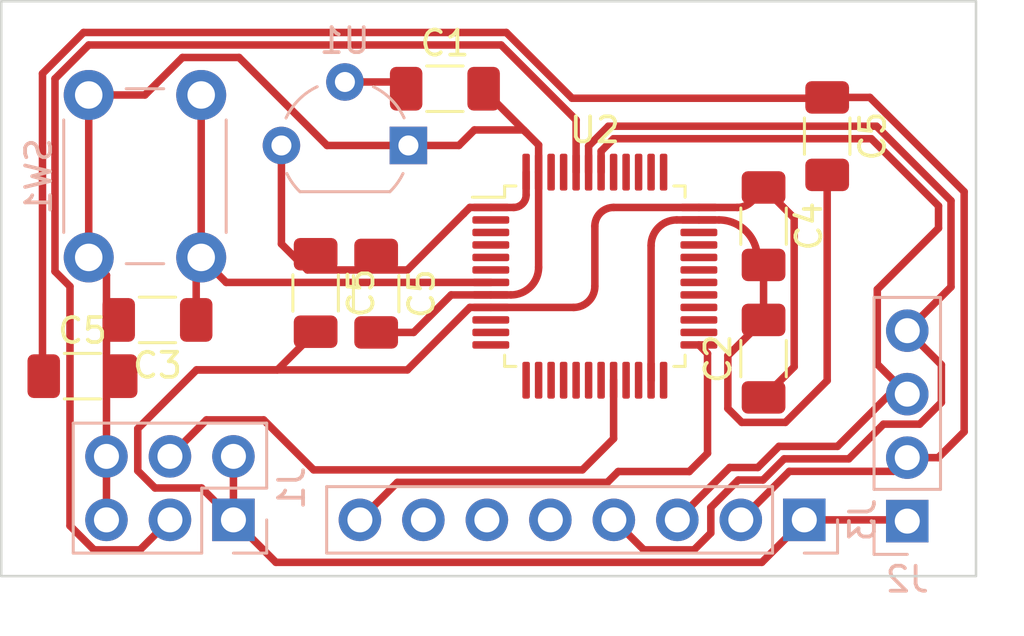
<source format=kicad_pcb>
(kicad_pcb (version 20211014) (generator pcbnew)
  (layers (0 "F.Cu" signal) (31 "B.Cu" signal) (34 "B.Paste" user) (35 "F.Paste" user) (36 "B.SilkS" user "B.Silkscreen") (37 "F.SilkS" user "F.Silkscreen") (38 "B.Mask" user) (39 "F.Mask" user) (44 "Edge.Cuts" user))
  (net 0 "")
  (net 1 "/USB_5v")
  (net 2 "GND")
  (net 3 "VCC")
  (net 4 "Net-(C3-Pad1)")
  (net 5 "/BOOT0")
  (net 6 "/BOOT1")
  (net 7 "/SCL")
  (net 8 "/SDA")
  (net 12 "/INT")
  (footprint "Resistor_SMD:R_1206_3216Metric_Pad1.30x1.75mm_HandSolder" (layer "F.Cu") (at 88.25 63.25 180)
    (fp_text reference "C3" (at 0 -1.82) (layer "F.SilkS"))
    (fp_text value "0.1uF")
    (fp_line (start -0.727064 0.91) (end 0.727064 0.91) (layer "F.SilkS") (width 0.12))
    (fp_line (start -0.727064 -0.91) (end 0.727064 -0.91) (layer "F.SilkS") (width 0.12))
    (pad "1" smd roundrect (at -1.55 0 180) (size 1.3 1.75) (layers "F.Cu" "F.Paste" "F.Mask") (roundrect_rratio 0.1923076923) (net 4 "Net-(C3-Pad1)"))
    (pad "2" smd roundrect (at 1.55 0 180) (size 1.3 1.75) (layers "F.Cu" "F.Paste" "F.Mask") (roundrect_rratio 0.1923076923) (net 2 "GND"))
  )
  (footprint "Resistor_SMD:R_1206_3216Metric_Pad1.30x1.75mm_HandSolder" (layer "F.Cu") (at 112.5 64.8 90)
    (fp_text reference "C2" (at 0 -1.82 90) (layer "F.SilkS"))
    (fp_text value "1uF")
    (fp_line (start -0.727064 0.91) (end 0.727064 0.91) (layer "F.SilkS") (width 0.12))
    (fp_line (start -0.727064 -0.91) (end 0.727064 -0.91) (layer "F.SilkS") (width 0.12))
    (pad "1" smd roundrect (at -1.55 0 90) (size 1.3 1.75) (layers "F.Cu" "F.Paste" "F.Mask") (roundrect_rratio 0.1923076923) (net 3 "VCC"))
    (pad "2" smd roundrect (at 1.55 0 90) (size 1.3 1.75) (layers "F.Cu" "F.Paste" "F.Mask") (roundrect_rratio 0.1923076923) (net 2 "GND"))
  )
  (footprint "Resistor_SMD:R_1206_3216Metric_Pad1.30x1.75mm_HandSolder" (layer "F.Cu") (at 94.57833 62.172013 -90)
    (fp_text reference "C5" (at 0 -1.82 90) (layer "F.SilkS"))
    (fp_text value "0.1uF")
    (fp_line (start -0.727064 0.91) (end 0.727064 0.91) (layer "F.SilkS") (width 0.12))
    (fp_line (start -0.727064 -0.91) (end 0.727064 -0.91) (layer "F.SilkS") (width 0.12))
    (pad "1" smd roundrect (at -1.55 0 270) (size 1.3 1.75) (layers "F.Cu" "F.Paste" "F.Mask") (roundrect_rratio 0.1923076923) (net 3 "VCC"))
    (pad "2" smd roundrect (at 1.55 0 270) (size 1.3 1.75) (layers "F.Cu" "F.Paste" "F.Mask") (roundrect_rratio 0.1923076923) (net 3 "VCC"))
  )
  (footprint "Resistor_SMD:R_1206_3216Metric_Pad1.30x1.75mm_HandSolder" (layer "F.Cu") (at 97 62.2 -90)
    (fp_text reference "C5" (at 0 -1.82 90) (layer "F.SilkS"))
    (fp_text value "0.1uF")
    (fp_line (start -0.727064 0.91) (end 0.727064 0.91) (layer "F.SilkS") (width 0.12))
    (fp_line (start -0.727064 -0.91) (end 0.727064 -0.91) (layer "F.SilkS") (width 0.12))
    (pad "1" smd roundrect (at -1.55 0 270) (size 1.3 1.75) (layers "F.Cu" "F.Paste" "F.Mask") (roundrect_rratio 0.1923076923) (net 3 "VCC"))
    (pad "2" smd roundrect (at 1.55 0 270) (size 1.3 1.75) (layers "F.Cu" "F.Paste" "F.Mask") (roundrect_rratio 0.1923076923) (net 2 "GND"))
  )
  (footprint "Package_QFP:LQFP-48_7x7mm_P0.5mm" (layer "F.Cu") (at 105.75 61.5)
    (fp_text reference "U2" (at 0 -5.85) (layer "F.SilkS"))
    (fp_text value "STM32F103C8Tx")
    (fp_line (start -3.61 3.61) (end -3.61 3.16) (layer "F.SilkS") (width 0.12))
    (fp_line (start -3.61 -3.61) (end -3.61 -3.16) (layer "F.SilkS") (width 0.12))
    (fp_line (start 3.61 3.61) (end 3.61 3.16) (layer "F.SilkS") (width 0.12))
    (fp_line (start -3.61 -3.16) (end -4.9 -3.16) (layer "F.SilkS") (width 0.12))
    (fp_line (start -3.16 -3.61) (end -3.61 -3.61) (layer "F.SilkS") (width 0.12))
    (fp_line (start 3.16 3.61) (end 3.61 3.61) (layer "F.SilkS") (width 0.12))
    (fp_line (start -3.16 3.61) (end -3.61 3.61) (layer "F.SilkS") (width 0.12))
    (fp_line (start 3.61 -3.61) (end 3.61 -3.16) (layer "F.SilkS") (width 0.12))
    (fp_line (start 3.16 -3.61) (end 3.61 -3.61) (layer "F.SilkS") (width 0.12))
    (pad "1" smd roundrect (at -4.1625 -2.75) (size 1.475 0.3) (layers "F.Cu" "F.Paste" "F.Mask") (net 3 "VCC"))
    (pad "2" smd roundrect (at -4.1625 -2.25) (size 1.475 0.3) (layers "F.Cu" "F.Paste" "F.Mask"))
    (pad "3" smd roundrect (at -4.1625 -1.75) (size 1.475 0.3) (layers "F.Cu" "F.Paste" "F.Mask"))
    (pad "4" smd roundrect (at -4.1625 -1.25) (size 1.475 0.3) (layers "F.Cu" "F.Paste" "F.Mask"))
    (pad "5" smd roundrect (at -4.1625 -0.75) (size 1.475 0.3) (layers "F.Cu" "F.Paste" "F.Mask"))
    (pad "6" smd roundrect (at -4.1625 -0.25) (size 1.475 0.3) (layers "F.Cu" "F.Paste" "F.Mask"))
    (pad "7" smd roundrect (at -4.1625 0.25) (size 1.475 0.3) (layers "F.Cu" "F.Paste" "F.Mask") (net 4 "Net-(C3-Pad1)"))
    (pad "8" smd roundrect (at -4.1625 0.75) (size 1.475 0.3) (layers "F.Cu" "F.Paste" "F.Mask") (net 2 "GND"))
    (pad "9" smd roundrect (at -4.1625 1.25) (size 1.475 0.3) (layers "F.Cu" "F.Paste" "F.Mask") (net 3 "VCC"))
    (pad "10" smd roundrect (at -4.1625 1.75) (size 1.475 0.3) (layers "F.Cu" "F.Paste" "F.Mask"))
    (pad "11" smd roundrect (at -4.1625 2.25) (size 1.475 0.3) (layers "F.Cu" "F.Paste" "F.Mask"))
    (pad "12" smd roundrect (at -4.1625 2.75) (size 1.475 0.3) (layers "F.Cu" "F.Paste" "F.Mask"))
    (pad "13" smd roundrect (at -2.75 4.1625) (size 0.3 1.475) (layers "F.Cu" "F.Paste" "F.Mask"))
    (pad "14" smd roundrect (at -2.25 4.1625) (size 0.3 1.475) (layers "F.Cu" "F.Paste" "F.Mask"))
    (pad "15" smd roundrect (at -1.75 4.1625) (size 0.3 1.475) (layers "F.Cu" "F.Paste" "F.Mask"))
    (pad "16" smd roundrect (at -1.25 4.1625) (size 0.3 1.475) (layers "F.Cu" "F.Paste" "F.Mask"))
    (pad "17" smd roundrect (at -0.75 4.1625) (size 0.3 1.475) (layers "F.Cu" "F.Paste" "F.Mask"))
    (pad "18" smd roundrect (at -0.25 4.1625) (size 0.3 1.475) (layers "F.Cu" "F.Paste" "F.Mask"))
    (pad "19" smd roundrect (at 0.25 4.1625) (size 0.3 1.475) (layers "F.Cu" "F.Paste" "F.Mask"))
    (pad "20" smd roundrect (at 0.75 4.1625) (size 0.3 1.475) (layers "F.Cu" "F.Paste" "F.Mask") (net 6 "/BOOT1"))
    (pad "21" smd roundrect (at 1.25 4.1625) (size 0.3 1.475) (layers "F.Cu" "F.Paste" "F.Mask"))
    (pad "22" smd roundrect (at 1.75 4.1625) (size 0.3 1.475) (layers "F.Cu" "F.Paste" "F.Mask"))
    (pad "23" smd roundrect (at 2.25 4.1625) (size 0.3 1.475) (layers "F.Cu" "F.Paste" "F.Mask") (net 2 "GND"))
    (pad "24" smd roundrect (at 2.75 4.1625) (size 0.3 1.475) (layers "F.Cu" "F.Paste" "F.Mask") (net 3 "VCC"))
    (pad "25" smd roundrect (at 4.1625 2.75) (size 1.475 0.3) (layers "F.Cu" "F.Paste" "F.Mask") (net 12 "/INT"))
    (pad "26" smd roundrect (at 4.1625 2.25) (size 1.475 0.3) (layers "F.Cu" "F.Paste" "F.Mask"))
    (pad "27" smd roundrect (at 4.1625 1.75) (size 1.475 0.3) (layers "F.Cu" "F.Paste" "F.Mask"))
    (pad "28" smd roundrect (at 4.1625 1.25) (size 1.475 0.3) (layers "F.Cu" "F.Paste" "F.Mask"))
    (pad "29" smd roundrect (at 4.1625 0.75) (size 1.475 0.3) (layers "F.Cu" "F.Paste" "F.Mask"))
    (pad "30" smd roundrect (at 4.1625 0.25) (size 1.475 0.3) (layers "F.Cu" "F.Paste" "F.Mask"))
    (pad "31" smd roundrect (at 4.1625 -0.25) (size 1.475 0.3) (layers "F.Cu" "F.Paste" "F.Mask"))
    (pad "32" smd roundrect (at 4.1625 -0.75) (size 1.475 0.3) (layers "F.Cu" "F.Paste" "F.Mask"))
    (pad "33" smd roundrect (at 4.1625 -1.25) (size 1.475 0.3) (layers "F.Cu" "F.Paste" "F.Mask"))
    (pad "34" smd roundrect (at 4.1625 -1.75) (size 1.475 0.3) (layers "F.Cu" "F.Paste" "F.Mask"))
    (pad "35" smd roundrect (at 4.1625 -2.25) (size 1.475 0.3) (layers "F.Cu" "F.Paste" "F.Mask") (net 2 "GND"))
    (pad "36" smd roundrect (at 4.1625 -2.75) (size 1.475 0.3) (layers "F.Cu" "F.Paste" "F.Mask") (net 3 "VCC"))
    (pad "37" smd roundrect (at 2.75 -4.1625) (size 0.3 1.475) (layers "F.Cu" "F.Paste" "F.Mask"))
    (pad "38" smd roundrect (at 2.25 -4.1625) (size 0.3 1.475) (layers "F.Cu" "F.Paste" "F.Mask"))
    (pad "39" smd roundrect (at 1.75 -4.1625) (size 0.3 1.475) (layers "F.Cu" "F.Paste" "F.Mask"))
    (pad "40" smd roundrect (at 1.25 -4.1625) (size 0.3 1.475) (layers "F.Cu" "F.Paste" "F.Mask"))
    (pad "41" smd roundrect (at 0.75 -4.1625) (size 0.3 1.475) (layers "F.Cu" "F.Paste" "F.Mask"))
    (pad "42" smd roundrect (at 0.25 -4.1625) (size 0.3 1.475) (layers "F.Cu" "F.Paste" "F.Mask") (net 7 "/SCL"))
    (pad "43" smd roundrect (at -0.25 -4.1625) (size 0.3 1.475) (layers "F.Cu" "F.Paste" "F.Mask") (net 8 "/SDA"))
    (pad "44" smd roundrect (at -0.75 -4.1625) (size 0.3 1.475) (layers "F.Cu" "F.Paste" "F.Mask") (net 5 "/BOOT0"))
    (pad "45" smd roundrect (at -1.25 -4.1625) (size 0.3 1.475) (layers "F.Cu" "F.Paste" "F.Mask"))
    (pad "46" smd roundrect (at -1.75 -4.1625) (size 0.3 1.475) (layers "F.Cu" "F.Paste" "F.Mask"))
    (pad "47" smd roundrect (at -2.25 -4.1625) (size 0.3 1.475) (layers "F.Cu" "F.Paste" "F.Mask") (net 2 "GND"))
    (pad "48" smd roundrect (at -2.75 -4.1625) (size 0.3 1.475) (layers "F.Cu" "F.Paste" "F.Mask") (net 3 "VCC"))
  )
  (footprint "Resistor_SMD:R_1206_3216Metric_Pad1.30x1.75mm_HandSolder" (layer "F.Cu") (at 85.25 65.5)
    (fp_text reference "C5" (at 0 -1.82) (layer "F.SilkS"))
    (fp_text value "0.1uF")
    (fp_line (start -0.727064 0.91) (end 0.727064 0.91) (layer "F.SilkS") (width 0.12))
    (fp_line (start -0.727064 -0.91) (end 0.727064 -0.91) (layer "F.SilkS") (width 0.12))
    (pad "1" smd roundrect (at -1.55 0) (size 1.3 1.75) (layers "F.Cu" "F.Paste" "F.Mask") (roundrect_rratio 0.1923076923) (net 2 "GND"))
    (pad "2" smd roundrect (at 1.55 0) (size 1.3 1.75) (layers "F.Cu" "F.Paste" "F.Mask") (roundrect_rratio 0.1923076923) (net 2 "GND"))
  )
  (footprint "Resistor_SMD:R_1206_3216Metric_Pad1.30x1.75mm_HandSolder" (layer "F.Cu") (at 99.75 54)
    (fp_text reference "C1" (at 0 -1.82) (layer "F.SilkS"))
    (fp_text value "1uF")
    (fp_line (start -0.727064 -0.91) (end 0.727064 -0.91) (layer "F.SilkS") (width 0.12))
    (fp_line (start -0.727064 0.91) (end 0.727064 0.91) (layer "F.SilkS") (width 0.12))
    (pad "1" smd roundrect (at -1.55 0) (size 1.3 1.75) (layers "F.Cu" "F.Paste" "F.Mask") (roundrect_rratio 0.1923076923) (net 1 "/USB_5v"))
    (pad "2" smd roundrect (at 1.55 0) (size 1.3 1.75) (layers "F.Cu" "F.Paste" "F.Mask") (roundrect_rratio 0.1923076923) (net 2 "GND"))
  )
  (footprint "Resistor_SMD:R_1206_3216Metric_Pad1.30x1.75mm_HandSolder" (layer "F.Cu") (at 112.5 59.5 -90)
    (fp_text reference "C4" (at 0 -1.82 90) (layer "F.SilkS"))
    (fp_text value "1uF")
    (fp_line (start -0.727064 -0.91) (end 0.727064 -0.91) (layer "F.SilkS") (width 0.12))
    (fp_line (start -0.727064 0.91) (end 0.727064 0.91) (layer "F.SilkS") (width 0.12))
    (pad "1" smd roundrect (at -1.55 0 270) (size 1.3 1.75) (layers "F.Cu" "F.Paste" "F.Mask") (roundrect_rratio 0.1923076923) (net 3 "VCC"))
    (pad "2" smd roundrect (at 1.55 0 270) (size 1.3 1.75) (layers "F.Cu" "F.Paste" "F.Mask") (roundrect_rratio 0.1923076923) (net 2 "GND"))
  )
  (footprint "Resistor_SMD:R_1206_3216Metric_Pad1.30x1.75mm_HandSolder" (layer "F.Cu") (at 115.045623 55.897811 -90)
    (fp_text reference "C5" (at 0 -1.82 90) (layer "F.SilkS"))
    (fp_text value "0.1uF")
    (fp_line (start -0.727064 0.91) (end 0.727064 0.91) (layer "F.SilkS") (width 0.12))
    (fp_line (start -0.727064 -0.91) (end 0.727064 -0.91) (layer "F.SilkS") (width 0.12))
    (pad "1" smd roundrect (at -1.55 0 270) (size 1.3 1.75) (layers "F.Cu" "F.Paste" "F.Mask") (roundrect_rratio 0.1923076923) (net 2 "GND"))
    (pad "2" smd roundrect (at 1.55 0 270) (size 1.3 1.75) (layers "F.Cu" "F.Paste" "F.Mask") (roundrect_rratio 0.1923076923) (net 2 "GND"))
  )
  (footprint "Button_Switch_THT:SW_PUSH_6mm_H4.3mm" (layer "B.Cu") (at 85.5 54.25 -90)
    (fp_text reference "SW1" (at 3.25 2 90) (layer "B.SilkS") (effects (justify mirror)))
    (fp_text value "sw")
    (fp_line (start 6.75 -3) (end 6.75 -1.5) (layer "B.SilkS") (width 0.12))
    (fp_line (start -0.25 -1.5) (end -0.25 -3) (layer "B.SilkS") (width 0.12))
    (fp_line (start 5.5 1) (end 1 1) (layer "B.SilkS") (width 0.12))
    (fp_line (start 1 -5.5) (end 5.5 -5.5) (layer "B.SilkS") (width 0.12))
    (pad "1" thru_hole circle (at 0 0 180) (size 2 2) (drill 1.1) (layers *.Cu *.Mask) (net 2 "GND"))
    (pad "1" thru_hole circle (at 6.5 0 180) (size 2 2) (drill 1.1) (layers *.Cu *.Mask) (net 2 "GND"))
    (pad "2" thru_hole circle (at 0 -4.5 180) (size 2 2) (drill 1.1) (layers *.Cu *.Mask) (net 4 "Net-(C3-Pad1)"))
    (pad "2" thru_hole circle (at 6.5 -4.5 180) (size 2 2) (drill 1.1) (layers *.Cu *.Mask) (net 4 "Net-(C3-Pad1)"))
  )
  (footprint "Connector_PinHeader_2.54mm:PinHeader_1x04_P2.54mm_Vertical" (layer "B.Cu") (at 118.25 71.3)
    (fp_text reference "J2" (at 0 2.33) (layer "B.SilkS") (effects (justify mirror)))
    (fp_text value "Conn_01x04")
    (fp_line (start -1.33 -1.27) (end -1.33 -8.95) (layer "B.SilkS") (width 0.12))
    (fp_line (start -1.33 1.33) (end 0 1.33) (layer "B.SilkS") (width 0.12))
    (fp_line (start -1.33 -8.95) (end 1.33 -8.95) (layer "B.SilkS") (width 0.12))
    (fp_line (start -1.33 0) (end -1.33 1.33) (layer "B.SilkS") (width 0.12))
    (fp_line (start 1.33 -1.27) (end 1.33 -8.95) (layer "B.SilkS") (width 0.12))
    (fp_line (start -1.33 -1.27) (end 1.33 -1.27) (layer "B.SilkS") (width 0.12))
    (pad "1" thru_hole rect (at 0 0) (size 1.7 1.7) (drill 1) (layers *.Cu *.Mask) (net 3 "VCC"))
    (pad "2" thru_hole oval (at 0 -2.54) (size 1.7 1.7) (drill 1) (layers *.Cu *.Mask) (net 2 "GND"))
    (pad "3" thru_hole oval (at 0 -5.08) (size 1.7 1.7) (drill 1) (layers *.Cu *.Mask) (net 7 "/SCL"))
    (pad "4" thru_hole oval (at 0 -7.62) (size 1.7 1.7) (drill 1) (layers *.Cu *.Mask) (net 8 "/SDA"))
  )
  (footprint "Package_TO_SOT_THT:TO-92_Wide" (layer "B.Cu") (at 98.29 56.27 180)
    (fp_text reference "U1" (at 2.55 4.19) (layer "B.SilkS") (effects (justify mirror)))
    (fp_text value "MCP1700-3302E_TO92")
    (fp_line (start 0.74 -1.85) (end 4.34 -1.85) (layer "B.SilkS") (width 0.12))
    (fp_arc (start 4.34 -1.85) (mid 4.633903 -1.509328) (end 4.864184 -1.122795) (layer "B.SilkS") (width 0.12))
    (fp_arc (start 4.895458 1.098371) (mid 4.38228 1.833196) (end 3.65 2.35) (layer "B.SilkS") (width 0.12))
    (fp_arc (start 1.4 2.35) (mid 0.678995 1.832692) (end 0.172801 1.103842) (layer "B.SilkS") (width 0.12))
    (fp_arc (start 0.215816 -1.122795) (mid 0.446097 -1.509328) (end 0.74 -1.85) (layer "B.SilkS") (width 0.12))
    (pad "1" thru_hole rect (at 0 0 180) (size 1.5 1.5) (drill 0.8) (layers *.Cu *.Mask) (net 2 "GND"))
    (pad "2" thru_hole circle (at 2.54 2.54 180) (size 1.5 1.5) (drill 0.8) (layers *.Cu *.Mask) (net 1 "/USB_5v"))
    (pad "3" thru_hole circle (at 5.08 0 180) (size 1.5 1.5) (drill 0.8) (layers *.Cu *.Mask) (net 3 "VCC"))
  )
  (footprint "Connector_PinHeader_2.54mm:PinHeader_2x03_P2.54mm_Vertical" (layer "B.Cu") (at 91.29 71.25 90)
    (fp_text reference "J1" (at 1.27 2.33 90) (layer "B.SilkS") (effects (justify mirror)))
    (fp_text value "2x3_Header")
    (fp_line (start -1.33 1.33) (end 0 1.33) (layer "B.SilkS") (width 0.12))
    (fp_line (start -1.33 -1.27) (end -1.33 -6.41) (layer "B.SilkS") (width 0.12))
    (fp_line (start -1.33 -1.27) (end 1.27 -1.27) (layer "B.SilkS") (width 0.12))
    (fp_line (start -1.33 0) (end -1.33 1.33) (layer "B.SilkS") (width 0.12))
    (fp_line (start 1.27 1.33) (end 3.87 1.33) (layer "B.SilkS") (width 0.12))
    (fp_line (start -1.33 -6.41) (end 3.87 -6.41) (layer "B.SilkS") (width 0.12))
    (fp_line (start 3.87 1.33) (end 3.87 -6.41) (layer "B.SilkS") (width 0.12))
    (fp_line (start 1.27 -1.27) (end 1.27 1.33) (layer "B.SilkS") (width 0.12))
    (pad "1" thru_hole rect (at 0 0 90) (size 1.7 1.7) (drill 1) (layers *.Cu *.Mask) (net 3 "VCC"))
    (pad "2" thru_hole oval (at 2.54 0 90) (size 1.7 1.7) (drill 1) (layers *.Cu *.Mask) (net 3 "VCC"))
    (pad "3" thru_hole oval (at 0 -2.54 90) (size 1.7 1.7) (drill 1) (layers *.Cu *.Mask) (net 5 "/BOOT0"))
    (pad "4" thru_hole oval (at 2.54 -2.54 90) (size 1.7 1.7) (drill 1) (layers *.Cu *.Mask) (net 6 "/BOOT1"))
    (pad "5" thru_hole oval (at 0 -5.08 90) (size 1.7 1.7) (drill 1) (layers *.Cu *.Mask) (net 2 "GND"))
    (pad "6" thru_hole oval (at 2.54 -5.08 90) (size 1.7 1.7) (drill 1) (layers *.Cu *.Mask) (net 2 "GND"))
  )
  (footprint "Connector_PinHeader_2.54mm:PinHeader_1x08_P2.54mm_Vertical" (layer "B.Cu") (at 114.13 71.25 90)
    (fp_text reference "J3" (at 0 2.33 90) (layer "B.SilkS") (effects (justify mirror)))
    (fp_text value "Conn_01x08")
    (fp_line (start -1.33 -1.27) (end -1.33 -19.11) (layer "B.SilkS") (width 0.12))
    (fp_line (start 1.33 -1.27) (end 1.33 -19.11) (layer "B.SilkS") (width 0.12))
    (fp_line (start -1.33 1.33) (end 0 1.33) (layer "B.SilkS") (width 0.12))
    (fp_line (start -1.33 -19.11) (end 1.33 -19.11) (layer "B.SilkS") (width 0.12))
    (fp_line (start -1.33 0) (end -1.33 1.33) (layer "B.SilkS") (width 0.12))
    (fp_line (start -1.33 -1.27) (end 1.33 -1.27) (layer "B.SilkS") (width 0.12))
    (pad "1" thru_hole rect (at 0 0 90) (size 1.7 1.7) (drill 1) (layers *.Cu *.Mask) (net 3 "VCC"))
    (pad "2" thru_hole oval (at 0 -2.54 90) (size 1.7 1.7) (drill 1) (layers *.Cu *.Mask) (net 2 "GND"))
    (pad "3" thru_hole oval (at 0 -5.08 90) (size 1.7 1.7) (drill 1) (layers *.Cu *.Mask) (net 7 "/SCL"))
    (pad "4" thru_hole oval (at 0 -7.62 90) (size 1.7 1.7) (drill 1) (layers *.Cu *.Mask) (net 8 "/SDA"))
    (pad "5" thru_hole oval (at 0 -10.16 90) (size 1.7 1.7) (drill 1) (layers *.Cu *.Mask))
    (pad "6" thru_hole oval (at 0 -12.7 90) (size 1.7 1.7) (drill 1) (layers *.Cu *.Mask))
    (pad "7" thru_hole oval (at 0 -15.24 90) (size 1.7 1.7) (drill 1) (layers *.Cu *.Mask))
    (pad "8" thru_hole oval (at 0 -17.78 90) (size 1.7 1.7) (drill 1) (layers *.Cu *.Mask) (net 12 "/INT"))
  )
  (gr_rect (start 121 73.5) (end 82 50.5) (layer "Edge.Cuts") (width 0.1) (fill none))
  (segment (start 97.93 53.73) (end 98.2 54) (width 0.3) (layer "F.Cu") (net 1))
  (segment (start 95.75 53.73) (end 97.93 53.73) (width 0.3) (layer "F.Cu") (net 1))
  (segment (start 115.045623 65.677905) (end 113.373528 67.35) (width 0.3) (layer "F.Cu") (net 2))
  (segment (start 103.5 56.25) (end 103.5 57.3375) (width 0.3) (layer "F.Cu") (net 2))
  (segment (start 115.045623 54.347811) (end 116.753898 54.347811) (width 0.3) (layer "F.Cu") (net 2))
  (segment (start 108 60.275) (end 108 65.6625) (width 0.3) (layer "F.Cu") (net 2))
  (segment (start 111.07122 64.67878) (end 112.5 63.25) (width 0.3) (layer "F.Cu") (net 2))
  (segment (start 119.49 68.76) (end 118.25 68.76) (width 0.3) (layer "F.Cu") (net 2))
  (segment (start 101.5875 62.25) (end 102.390685 62.25) (width 0.3) (layer "F.Cu") (net 2))
  (segment (start 100.930523 55.649128) (end 102.899128 55.649128) (width 0.3) (layer "F.Cu") (net 2))
  (segment (start 115.012251 54.381183) (end 115.045623 54.347811) (width 0.3) (layer "F.Cu") (net 2))
  (segment (start 103 55.75) (end 103.5 56.25) (width 0.3) (layer "F.Cu") (net 2))
  (segment (start 100.309651 56.27) (end 100.930523 55.649128) (width 0.3) (layer "F.Cu") (net 2))
  (segment (start 98.5 63.75) (end 100 62.25) (width 0.3) (layer "F.Cu") (net 2))
  (segment (start 115.045623 57.447811) (end 115.045623 65.677905) (width 0.3) (layer "F.Cu") (net 2))
  (segment (start 111.59 71.25) (end 113.530813 69.309187) (width 0.3) (layer "F.Cu") (net 2))
  (segment (start 112.247962 60.797962) (end 112.247962 60.663722) (width 0.3) (layer "F.Cu") (net 2))
  (segment (start 116.753898 54.347811) (end 120.526014 58.119927) (width 0.3) (layer "F.Cu") (net 2))
  (segment (start 102.207106 51.75) (end 104.838289 54.381183) (width 0.3) (layer "F.Cu") (net 2))
  (segment (start 117.700813 69.309187) (end 118.25 68.76) (width 0.3) (layer "F.Cu") (net 2))
  (segment (start 113.373528 67.35) (end 111.626472 67.35) (width 0.3) (layer "F.Cu") (net 2))
  (segment (start 85.5 54.25) (end 87.75 54.25) (width 0.3) (layer "F.Cu") (net 2))
  (segment (start 85.292894 51.75) (end 102.207106 51.75) (width 0.3) (layer "F.Cu") (net 2))
  (segment (start 83.7 65.5) (end 83.65 65.45) (width 0.3) (layer "F.Cu") (net 2))
  (segment (start 104.838289 54.381183) (end 115.012251 54.381183) (width 0.3) (layer "F.Cu") (net 2))
  (segment (start 89.25 52.75) (end 91.515698 52.75) (width 0.3) (layer "F.Cu") (net 2))
  (segment (start 83.65 65.45) (end 83.65 53.392894) (width 0.3) (layer "F.Cu") (net 2))
  (segment (start 112.5 61.05) (end 112.247962 60.797962) (width 0.3) (layer "F.Cu") (net 2))
  (segment (start 113.530813 69.309187) (end 117.700813 69.309187) (width 0.3) (layer "F.Cu") (net 2))
  (segment (start 98.29 56.27) (end 100.309651 56.27) (width 0.3) (layer "F.Cu") (net 2))
  (segment (start 97 63.75) (end 98.5 63.75) (width 0.3) (layer "F.Cu") (net 2))
  (segment (start 86.21 71.25) (end 86.21 68.71) (width 0.3) (layer "F.Cu") (net 2))
  (segment (start 87.75 54.25) (end 89.25 52.75) (width 0.3) (layer "F.Cu") (net 2))
  (segment (start 86.21 61.46) (end 85.5 60.75) (width 0.3) (layer "F.Cu") (net 2))
  (segment (start 101.3 54) (end 101.3 54.05) (width 0.3) (layer "F.Cu") (net 2))
  (segment (start 100 62.25) (end 101.5875 62.25) (width 0.3) (layer "F.Cu") (net 2))
  (segment (start 95.035698 56.27) (end 98.29 56.27) (width 0.3) (layer "F.Cu") (net 2))
  (segment (start 120.526014 67.723986) (end 119.49 68.76) (width 0.3) (layer "F.Cu") (net 2))
  (segment (start 102.899128 55.649128) (end 103 55.75) (width 0.3) (layer "F.Cu") (net 2))
  (segment (start 103.5 61.140685) (end 103.5 57.3375) (width 0.3) (layer "F.Cu") (net 2))
  (segment (start 111.626472 67.35) (end 111.07122 66.794748) (width 0.3) (layer "F.Cu") (net 2))
  (segment (start 86.21 68.71) (end 86.21 61.46) (width 0.3) (layer "F.Cu") (net 2))
  (segment (start 109.9125 59.25) (end 109.025 59.25) (width 0.3) (layer "F.Cu") (net 2))
  (segment (start 85.5 60.75) (end 85.5 54.25) (width 0.3) (layer "F.Cu") (net 2))
  (segment (start 120.526014 58.119927) (end 120.526014 67.723986) (width 0.3) (layer "F.Cu") (net 2))
  (segment (start 112.5 63.25) (end 112.5 61.05) (width 0.3) (layer "F.Cu") (net 2))
  (segment (start 83.65 53.392894) (end 85.292894 51.75) (width 0.3) (layer "F.Cu") (net 2))
  (segment (start 110.715685 59.25) (end 109.9125 59.25) (width 0.3) (layer "F.Cu") (net 2))
  (segment (start 91.515698 52.75) (end 95.035698 56.27) (width 0.3) (layer "F.Cu") (net 2))
  (segment (start 111.07122 66.794748) (end 111.07122 64.67878) (width 0.3) (layer "F.Cu") (net 2))
  (segment (start 101.3 54.05) (end 103 55.75) (width 0.3) (layer "F.Cu") (net 2))
  (arc (start 112.247962 60.663722) (mid 111.757183 59.657628) (end 110.715685 59.25) (width 0.3) (layer "F.Cu") (net 2))
  (arc (start 102.390685 62.25) (mid 103.175089 61.925089) (end 103.5 61.140685) (width 0.3) (layer "F.Cu") (net 2))
  (arc (start 109.025 59.25) (mid 108.300216 59.550216) (end 108 60.275) (width 0.3) (layer "F.Cu") (net 2))
  (segment (start 87.462369 67.600371) (end 87.462369 69.28442) (width 0.3) (layer "F.Cu") (net 3))
  (segment (start 87.462369 69.28442) (end 88.151811 69.973862) (width 0.3) (layer "F.Cu") (net 3))
  (segment (start 105.75 59.5) (end 105.75 61.899627) (width 0.3) (layer "F.Cu") (net 3))
  (segment (start 101.5875 62.75) (end 104.899627 62.75) (width 0.3) (layer "F.Cu") (net 3))
  (segment (start 106.5 58.75) (end 109.9125 58.75) (width 0.3) (layer "F.Cu") (net 3))
  (segment (start 93.050343 65.25) (end 94.57833 63.722013) (width 0.3) (layer "F.Cu") (net 3))
  (segment (start 100.5 59) (end 100.5 58.998959) (width 0.3) (layer "F.Cu") (net 3))
  (segment (start 93.21 60.21) (end 94.25 61.25) (width 0.3) (layer "F.Cu") (net 3))
  (segment (start 93.21 56.27) (end 93.21 60.21) (width 0.3) (layer "F.Cu") (net 3))
  (segment (start 113.725 59.175) (end 112.5 57.95) (width 0.3) (layer "F.Cu") (net 3))
  (segment (start 112.43 72.95) (end 114.13 71.25) (width 0.3) (layer "F.Cu") (net 3))
  (segment (start 100.5 58.998959) (end 100.748959 58.75) (width 0.3) (layer "F.Cu") (net 3))
  (segment (start 92.99 72.95) (end 112.43 72.95) (width 0.3) (layer "F.Cu") (net 3))
  (segment (start 101.5875 62.75) (end 100.748959 62.75) (width 0.3) (layer "F.Cu") (net 3))
  (segment (start 112.5 57.95) (end 112.157511 58.292489) (width 0.3) (layer "F.Cu") (net 3))
  (segment (start 91.29 68.71) (end 91.29 71.25) (width 0.3) (layer "F.Cu") (net 3))
  (segment (start 111.45 58.75) (end 109.9125 58.75) (width 0.3) (layer "F.Cu") (net 3))
  (segment (start 102.5 58.75) (end 101.5875 58.75) (width 0.3) (layer "F.Cu") (net 3))
  (segment (start 100.748959 62.75) (end 98.248959 65.25) (width 0.3) (layer "F.Cu") (net 3))
  (segment (start 100.748959 58.75) (end 101.5875 58.75) (width 0.3) (layer "F.Cu") (net 3))
  (segment (start 94.25 61.25) (end 98.25 61.25) (width 0.3) (layer "F.Cu") (net 3))
  (segment (start 89.81274 65.25) (end 93.050343 65.25) (width 0.3) (layer "F.Cu") (net 3))
  (segment (start 88.151811 69.973862) (end 90.013862 69.973862) (width 0.3) (layer "F.Cu") (net 3))
  (segment (start 103 57.3375) (end 103 58.25) (width 0.3) (layer "F.Cu") (net 3))
  (segment (start 113.725 65.125) (end 113.725 59.175) (width 0.3) (layer "F.Cu") (net 3))
  (segment (start 112.157511 58.292489) (end 112.157511 58.328172) (width 0.3) (layer "F.Cu") (net 3))
  (segment (start 89.81274 65.25) (end 87.462369 67.600371) (width 0.3) (layer "F.Cu") (net 3))
  (segment (start 98.25 61.25) (end 100.5 59) (width 0.3) (layer "F.Cu") (net 3))
  (segment (start 114.13 71.25) (end 118.2 71.25) (width 0.3) (layer "F.Cu") (net 3))
  (segment (start 98.248959 65.25) (end 89.81274 65.25) (width 0.3) (layer "F.Cu") (net 3))
  (segment (start 91.29 71.25) (end 92.99 72.95) (width 0.3) (layer "F.Cu") (net 3))
  (segment (start 112.5 66.35) (end 113.725 65.125) (width 0.3) (layer "F.Cu") (net 3))
  (segment (start 90.013862 69.973862) (end 91.29 71.25) (width 0.3) (layer "F.Cu") (net 3))
  (arc (start 118.2 71.25) (mid 118.235355 71.264645) (end 118.25 71.3) (width 0.3) (layer "F.Cu") (net 3))
  (arc (start 104.899627 62.75) (mid 105.500932 62.500932) (end 105.75 61.899627) (width 0.3) (layer "F.Cu") (net 3))
  (arc (start 112.157511 58.328172) (mid 111.861282 58.636183) (end 111.45 58.75) (width 0.3) (layer "F.Cu") (net 3))
  (arc (start 103 58.25) (mid 102.853553 58.603553) (end 102.5 58.75) (width 0.3) (layer "F.Cu") (net 3))
  (arc (start 105.75 59.5) (mid 105.96967 58.96967) (end 106.5 58.75) (width 0.3) (layer "F.Cu") (net 3))
  (segment (start 89.8 63.25) (end 89.8 60.95) (width 0.3) (layer "F.Cu") (net 4))
  (segment (start 90 60.75) (end 90 54.25) (width 0.3) (layer "F.Cu") (net 4))
  (segment (start 89.8 60.95) (end 90 60.75) (width 0.3) (layer "F.Cu") (net 4))
  (segment (start 91 61.75) (end 90 60.75) (width 0.3) (layer "F.Cu") (net 4))
  (segment (start 101.5875 61.75) (end 91 61.75) (width 0.3) (layer "F.Cu") (net 4))
  (segment (start 102 52.25) (end 105 55.25) (width 0.3) (layer "F.Cu") (net 5))
  (segment (start 84.75 71.487057) (end 84.75 61.909189) (width 0.3) (layer "F.Cu") (net 5))
  (segment (start 87.55 72.45) (end 85.712943 72.45) (width 0.3) (layer "F.Cu") (net 5))
  (segment (start 84.75 61.909189) (end 84.15 61.309189) (width 0.3) (layer "F.Cu") (net 5))
  (segment (start 85.712943 72.45) (end 84.75 71.487057) (width 0.3) (layer "F.Cu") (net 5))
  (segment (start 84.15 61.309189) (end 84.15 53.6) (width 0.3) (layer "F.Cu") (net 5))
  (segment (start 105 55.25) (end 105 57.3375) (width 0.3) (layer "F.Cu") (net 5))
  (segment (start 88.75 71.25) (end 87.55 72.45) (width 0.3) (layer "F.Cu") (net 5))
  (segment (start 84.15 53.6) (end 85.5 52.25) (width 0.3) (layer "F.Cu") (net 5))
  (segment (start 85.5 52.25) (end 102 52.25) (width 0.3) (layer "F.Cu") (net 5))
  (segment (start 88.75 68.71) (end 90.21 67.25) (width 0.3) (layer "F.Cu") (net 6))
  (segment (start 90.21 67.25) (end 92.5 67.25) (width 0.3) (layer "F.Cu") (net 6))
  (segment (start 92.5 67.25) (end 94.5 69.25) (width 0.3) (layer "F.Cu") (net 6))
  (segment (start 106.5 68) (end 106.5 65.6625) (width 0.3) (layer "F.Cu") (net 6))
  (segment (start 94.5 69.25) (end 105.25 69.25) (width 0.3) (layer "F.Cu") (net 6))
  (segment (start 105.25 69.25) (end 106.5 68) (width 0.3) (layer "F.Cu") (net 6))
  (segment (start 119.5 59.578709) (end 117.05 62.028709) (width 0.3) (layer "F.Cu") (net 7))
  (segment (start 117.548258 66.22) (end 118.25 66.22) (width 0.3) (layer "F.Cu") (net 7))
  (segment (start 116.811102 56) (end 119.5 58.688898) (width 0.3) (layer "F.Cu") (net 7))
  (segment (start 106.498959 56) (end 116.811102 56) (width 0.3) (layer "F.Cu") (net 7))
  (segment (start 117.05 62.028709) (end 117.05 65.02) (width 0.3) (layer "F.Cu") (net 7))
  (segment (start 115.459071 68.309187) (end 117.548258 66.22) (width 0.3) (layer "F.Cu") (net 7))
  (segment (start 106 57.3375) (end 106 56.498959) (width 0.3) (layer "F.Cu") (net 7))
  (segment (start 117.05 65.02) (end 118.25 66.22) (width 0.3) (layer "F.Cu") (net 7))
  (segment (start 119.5 58.688898) (end 119.5 59.578709) (width 0.3) (layer "F.Cu") (net 7))
  (segment (start 106 56.498959) (end 106.498959 56) (width 0.3) (layer "F.Cu") (net 7))
  (segment (start 112.270994 69.154794) (end 113.116601 68.309187) (width 0.3) (layer "F.Cu") (net 7))
  (segment (start 109.05 71.25) (end 111.145206 69.154794) (width 0.3) (layer "F.Cu") (net 7))
  (segment (start 113.116601 68.309187) (end 115.459071 68.309187) (width 0.3) (layer "F.Cu") (net 7))
  (segment (start 111.145206 69.154794) (end 112.270994 69.154794) (width 0.3) (layer "F.Cu") (net 7))
  (segment (start 119.614594 66.552463) (end 119.614594 65.044594) (width 0.3) (layer "F.Cu") (net 8))
  (segment (start 113.323707 68.809187) (end 115.910351 68.809187) (width 0.3) (layer "F.Cu") (net 8))
  (segment (start 112.4781 69.654794) (end 113.323707 68.809187) (width 0.3) (layer "F.Cu") (net 8))
  (segment (start 105.5 56.292558) (end 106.292558 55.5) (width 0.3) (layer "F.Cu") (net 8))
  (segment (start 119.614594 65.044594) (end 118.25 63.68) (width 0.3) (layer "F.Cu") (net 8))
  (segment (start 115.910351 68.809187) (end 117.299538 67.42) (width 0.3) (layer "F.Cu") (net 8))
  (segment (start 109.716423 72.45) (end 110.39 71.776423) (width 0.3) (layer "F.Cu") (net 8))
  (segment (start 110.39 71.776423) (end 110.39 70.752943) (width 0.3) (layer "F.Cu") (net 8))
  (segment (start 118.747057 67.42) (end 119.614594 66.552463) (width 0.3) (layer "F.Cu") (net 8))
  (segment (start 110.39 70.752943) (end 111.488149 69.654794) (width 0.3) (layer "F.Cu") (net 8))
  (segment (start 117.299538 67.42) (end 118.747057 67.42) (width 0.3) (layer "F.Cu") (net 8))
  (segment (start 111.488149 69.654794) (end 112.4781 69.654794) (width 0.3) (layer "F.Cu") (net 8))
  (segment (start 106.51 71.25) (end 107.71 72.45) (width 0.3) (layer "F.Cu") (net 8))
  (segment (start 107.71 72.45) (end 109.716423 72.45) (width 0.3) (layer "F.Cu") (net 8))
  (segment (start 106.51 71.25) (end 106.933668 71.25) (width 0.3) (layer "F.Cu") (net 8))
  (segment (start 120 61.93) (end 118.25 63.68) (width 0.3) (layer "F.Cu") (net 8))
  (segment (start 106.292558 55.5) (end 117.018208 55.5) (width 0.3) (layer "F.Cu") (net 8))
  (segment (start 105.5 57.3375) (end 105.5 56.292558) (width 0.3) (layer "F.Cu") (net 8))
  (segment (start 120 58.481792) (end 120 61.93) (width 0.3) (layer "F.Cu") (net 8))
  (segment (start 117.018208 55.5) (end 120 58.481792) (width 0.3) (layer "F.Cu") (net 8))
  (segment (start 110.257693 68.587154) (end 110.257693 64.595193) (width 0.3) (layer "F.Cu") (net 12))
  (segment (start 106.25 69.75) (end 106.68437 69.31563) (width 0.3) (layer "F.Cu") (net 12))
  (segment (start 106.68437 69.31563) (end 109.529217 69.31563) (width 0.3) (layer "F.Cu") (net 12))
  (segment (start 109.529217 69.31563) (end 110.257693 68.587154) (width 0.3) (layer "F.Cu") (net 12))
  (segment (start 97.85 69.75) (end 106.25 69.75) (width 0.3) (layer "F.Cu") (net 12))
  (segment (start 110.257693 64.595193) (end 109.9125 64.25) (width 0.3) (layer "F.Cu") (net 12))
  (segment (start 96.35 71.25) (end 97.85 69.75) (width 0.3) (layer "F.Cu") (net 12))
)
</source>
